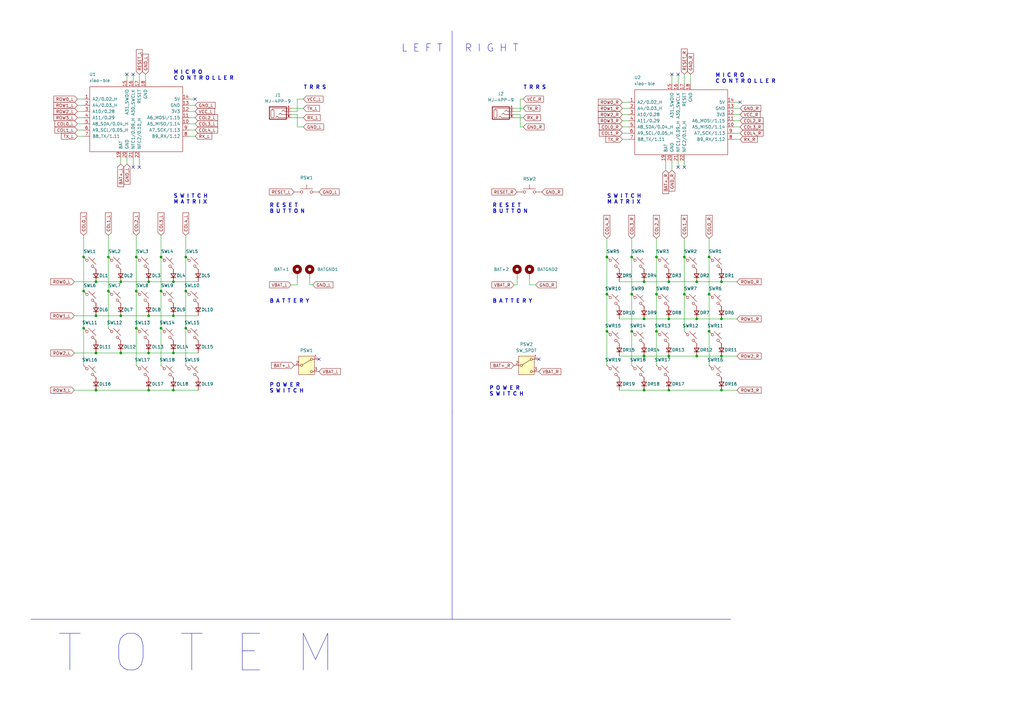
<source format=kicad_sch>
(kicad_sch (version 20231120) (generator "eeschema") (generator_version "8.0")
  (paper "A3")
  (title_block (title "TOTEM split keyboard") (date "2022-11-09") (rev "0.3") (comment 1 "made by GEIST"))
  (junction (at 34.29 105.41))
  (junction (at 34.29 134.62))
  (junction (at 264.16 130.81))
  (junction (at 49.53 115.57))
  (junction (at 44.45 119.38))
  (junction (at 55.88 119.38))
  (junction (at 71.12 129.54))
  (junction (at 264.16 146.05))
  (junction (at 264.16 160.02))
  (junction (at 274.32 115.57))
  (junction (at 49.53 144.78))
  (junction (at 39.37 160.02))
  (junction (at 269.24 120.65))
  (junction (at 295.91 146.05))
  (junction (at 76.2 105.41))
  (junction (at 71.12 144.78))
  (junction (at 259.08 120.65))
  (junction (at 274.32 160.02))
  (junction (at 285.75 146.05))
  (junction (at 76.2 119.38))
  (junction (at 44.45 105.41))
  (junction (at 71.12 115.57))
  (junction (at 248.92 135.89))
  (junction (at 269.24 135.89))
  (junction (at 55.88 105.41))
  (junction (at 285.75 130.81))
  (junction (at 280.67 105.41))
  (junction (at 60.96 144.78))
  (junction (at 39.37 144.78))
  (junction (at 269.24 105.41))
  (junction (at 285.75 115.57))
  (junction (at 248.92 105.41))
  (junction (at 66.04 105.41))
  (junction (at 60.96 115.57))
  (junction (at 60.96 160.02))
  (junction (at 295.91 130.81))
  (junction (at 49.53 129.54))
  (junction (at 34.29 119.38))
  (junction (at 295.91 115.57))
  (junction (at 71.12 160.02))
  (junction (at 274.32 130.81))
  (junction (at 259.08 135.89))
  (junction (at 55.88 134.62))
  (junction (at 295.91 160.02))
  (junction (at 290.83 120.65))
  (junction (at 280.67 120.65))
  (junction (at 39.37 129.54))
  (junction (at 66.04 119.38))
  (junction (at 76.2 134.62))
  (junction (at 290.83 135.89))
  (junction (at 66.04 134.62))
  (junction (at 264.16 115.57))
  (junction (at 60.96 129.54))
  (junction (at 274.32 146.05))
  (junction (at 39.37 115.57))
  (junction (at 290.83 105.41))
  (junction (at 259.08 105.41))
  (junction (at 248.92 120.65))
  (no_connect (at 275.59 30.48))
  (no_connect (at 278.13 30.48))
  (no_connect (at 54.61 68.58))
  (no_connect (at 57.15 68.58))
  (no_connect (at 220.98 147.32))
  (no_connect (at 54.61 30.48))
  (no_connect (at 52.07 30.48))
  (no_connect (at 303.53 41.91))
  (no_connect (at 80.01 40.64))
  (no_connect (at 130.81 147.32))
  (no_connect (at 280.67 68.58))
  (no_connect (at 278.13 68.58))
  (wire (pts (xy 254 146.05) (xy 264.16 146.05)))
  (wire (pts (xy 49.53 64.77) (xy 49.53 67.31)))
  (wire (pts (xy 255.27 41.91) (xy 257.81 41.91)))
  (wire (pts (xy 254 130.81) (xy 264.16 130.81)))
  (wire (pts (xy 285.75 115.57) (xy 295.91 115.57)))
  (wire (pts (xy 217.17 114.3) (xy 217.17 116.84)))
  (wire (pts (xy 77.47 40.64) (xy 80.01 40.64)))
  (wire (pts (xy 290.83 97.79) (xy 290.83 105.41)))
  (wire (pts (xy 127 116.84) (xy 128.27 116.84)))
  (wire (pts (xy 127 114.3) (xy 127 116.84)))
  (wire (pts (xy 57.15 30.48) (xy 57.15 33.02)))
  (wire (pts (xy 66.04 105.41) (xy 66.04 119.38)))
  (wire (pts (xy 300.99 52.07) (xy 303.53 52.07)))
  (wire (pts (xy 278.13 66.04) (xy 278.13 68.58)))
  (wire (pts (xy 49.53 144.78) (xy 60.96 144.78)))
  (wire (pts (xy 248.92 97.79) (xy 248.92 105.41)))
  (wire (pts (xy 31.75 40.64) (xy 34.29 40.64)))
  (wire (pts (xy 255.27 57.15) (xy 257.81 57.15)))
  (wire (pts (xy 121.92 40.64) (xy 121.92 45.72)))
  (wire (pts (xy 213.36 46.99) (xy 213.36 52.07)))
  (wire (pts (xy 71.12 129.54) (xy 81.28 129.54)))
  (wire (pts (xy 264.16 146.05) (xy 274.32 146.05)))
  (wire (pts (xy 248.92 135.89) (xy 248.92 149.86)))
  (wire (pts (xy 248.92 120.65) (xy 248.92 135.89)))
  (wire (pts (xy 274.32 115.57) (xy 285.75 115.57)))
  (wire (pts (xy 255.27 52.07) (xy 257.81 52.07)))
  (wire (pts (xy 66.04 119.38) (xy 66.04 134.62)))
  (wire (pts (xy 300.99 44.45) (xy 303.53 44.45)))
  (wire (pts (xy 55.88 134.62) (xy 55.88 149.86)))
  (wire (pts (xy 290.83 135.89) (xy 290.83 149.86)))
  (wire (pts (xy 121.92 46.99) (xy 121.92 52.07)))
  (wire (pts (xy 39.37 129.54) (xy 49.53 129.54)))
  (wire (pts (xy 76.2 105.41) (xy 76.2 119.38)))
  (wire (pts (xy 280.67 105.41) (xy 280.67 120.65)))
  (wire (pts (xy 269.24 97.79) (xy 269.24 105.41)))
  (wire (pts (xy 254 115.57) (xy 264.16 115.57)))
  (wire (pts (xy 77.47 45.72) (xy 80.01 45.72)))
  (wire (pts (xy 34.29 134.62) (xy 34.29 149.86)))
  (wire (pts (xy 31.75 48.26) (xy 34.29 48.26)))
  (wire (pts (xy 54.61 30.48) (xy 54.61 33.02)))
  (wire (pts (xy 210.82 48.26) (xy 214.63 48.26)))
  (wire (pts (xy 255.27 49.53) (xy 257.81 49.53)))
  (wire (pts (xy 30.48 129.54) (xy 39.37 129.54)))
  (wire (pts (xy 275.59 66.04) (xy 275.59 69.85)))
  (wire (pts (xy 77.47 53.34) (xy 80.01 53.34)))
  (wire (pts (xy 290.83 105.41) (xy 290.83 120.65)))
  (wire (pts (xy 39.37 144.78) (xy 49.53 144.78)))
  (wire (pts (xy 52.07 30.48) (xy 52.07 33.02)))
  (wire (pts (xy 77.47 55.88) (xy 80.01 55.88)))
  (polyline (pts (xy 21.59 161.29) (xy 25.4 161.29)) (stroke (width 0) (type dash)))
  (wire (pts (xy 300.99 57.15) (xy 303.53 57.15)))
  (wire (pts (xy 300.99 41.91) (xy 303.53 41.91)))
  (wire (pts (xy 254 160.02) (xy 264.16 160.02)))
  (wire (pts (xy 71.12 115.57) (xy 81.28 115.57)))
  (wire (pts (xy 213.36 52.07) (xy 214.63 52.07)))
  (wire (pts (xy 295.91 130.81) (xy 302.26 130.81)))
  (wire (pts (xy 300.99 49.53) (xy 303.53 49.53)))
  (wire (pts (xy 280.67 120.65) (xy 280.67 135.89)))
  (wire (pts (xy 34.29 96.52) (xy 34.29 105.41)))
  (wire (pts (xy 76.2 96.52) (xy 76.2 105.41)))
  (wire (pts (xy 121.92 40.64) (xy 124.46 40.64)))
  (wire (pts (xy 269.24 120.65) (xy 269.24 135.89)))
  (wire (pts (xy 39.37 160.02) (xy 60.96 160.02)))
  (wire (pts (xy 214.63 40.64) (xy 213.36 40.64)))
  (wire (pts (xy 295.91 146.05) (xy 302.26 146.05)))
  (wire (pts (xy 31.75 45.72) (xy 34.29 45.72)))
  (wire (pts (xy 274.32 160.02) (xy 295.91 160.02)))
  (wire (pts (xy 66.04 96.52) (xy 66.04 105.41)))
  (wire (pts (xy 76.2 134.62) (xy 76.2 149.86)))
  (wire (pts (xy 119.38 116.84) (xy 121.92 116.84)))
  (wire (pts (xy 259.08 105.41) (xy 259.08 120.65)))
  (wire (pts (xy 280.67 97.79) (xy 280.67 105.41)))
  (wire (pts (xy 280.67 66.04) (xy 280.67 68.58)))
  (wire (pts (xy 119.38 48.26) (xy 124.46 48.26)))
  (wire (pts (xy 264.16 160.02) (xy 274.32 160.02)))
  (wire (pts (xy 119.38 45.72) (xy 121.92 45.72)))
  (wire (pts (xy 259.08 135.89) (xy 259.08 149.86)))
  (wire (pts (xy 119.38 44.45) (xy 124.46 44.45)))
  (wire (pts (xy 274.32 146.05) (xy 285.75 146.05)))
  (wire (pts (xy 283.21 30.48) (xy 283.21 34.29)))
  (polyline (pts (xy 185.42 12.7) (xy 185.42 168.91)) (stroke (width 0) (type solid)))
  (wire (pts (xy 121.92 116.84) (xy 121.92 114.3)))
  (wire (pts (xy 30.48 115.57) (xy 39.37 115.57)))
  (wire (pts (xy 76.2 119.38) (xy 76.2 134.62)))
  (wire (pts (xy 295.91 160.02) (xy 302.26 160.02)))
  (wire (pts (xy 59.69 30.48) (xy 59.69 33.02)))
  (wire (pts (xy 49.53 129.54) (xy 60.96 129.54)))
  (wire (pts (xy 121.92 52.07) (xy 124.46 52.07)))
  (wire (pts (xy 31.75 50.8) (xy 34.29 50.8)))
  (wire (pts (xy 295.91 115.57) (xy 302.26 115.57)))
  (wire (pts (xy 300.99 46.99) (xy 303.53 46.99)))
  (polyline (pts (xy 12.7 254) (xy 299.72 254)) (stroke (width 0) (type solid)))
  (wire (pts (xy 60.96 144.78) (xy 71.12 144.78)))
  (wire (pts (xy 280.67 30.48) (xy 280.67 34.29)))
  (wire (pts (xy 210.82 116.84) (xy 212.09 116.84)))
  (wire (pts (xy 285.75 130.81) (xy 295.91 130.81)))
  (wire (pts (xy 275.59 30.48) (xy 275.59 34.29)))
  (wire (pts (xy 210.82 46.99) (xy 213.36 46.99)))
  (wire (pts (xy 264.16 115.57) (xy 274.32 115.57)))
  (wire (pts (xy 57.15 64.77) (xy 57.15 68.58)))
  (wire (pts (xy 49.53 115.57) (xy 60.96 115.57)))
  (wire (pts (xy 60.96 129.54) (xy 71.12 129.54)))
  (wire (pts (xy 269.24 135.89) (xy 269.24 149.86)))
  (wire (pts (xy 300.99 54.61) (xy 303.53 54.61)))
  (wire (pts (xy 31.75 55.88) (xy 34.29 55.88)))
  (wire (pts (xy 44.45 105.41) (xy 44.45 119.38)))
  (wire (pts (xy 255.27 54.61) (xy 257.81 54.61)))
  (wire (pts (xy 210.82 45.72) (xy 213.36 45.72)))
  (wire (pts (xy 44.45 119.38) (xy 44.45 134.62)))
  (wire (pts (xy 274.32 130.81) (xy 285.75 130.81)))
  (wire (pts (xy 44.45 96.52) (xy 44.45 105.41)))
  (wire (pts (xy 39.37 115.57) (xy 49.53 115.57)))
  (wire (pts (xy 55.88 119.38) (xy 55.88 134.62)))
  (wire (pts (xy 255.27 44.45) (xy 257.81 44.45)))
  (wire (pts (xy 259.08 120.65) (xy 259.08 135.89)))
  (wire (pts (xy 66.04 134.62) (xy 66.04 149.86)))
  (wire (pts (xy 77.47 48.26) (xy 80.01 48.26)))
  (wire (pts (xy 212.09 116.84) (xy 212.09 114.3)))
  (wire (pts (xy 278.13 30.48) (xy 278.13 34.29)))
  (wire (pts (xy 60.96 160.02) (xy 71.12 160.02)))
  (wire (pts (xy 248.92 105.41) (xy 248.92 120.65)))
  (wire (pts (xy 31.75 53.34) (xy 34.29 53.34)))
  (wire (pts (xy 285.75 146.05) (xy 295.91 146.05)))
  (wire (pts (xy 259.08 97.79) (xy 259.08 105.41)))
  (wire (pts (xy 30.48 144.78) (xy 39.37 144.78)))
  (wire (pts (xy 77.47 43.18) (xy 80.01 43.18)))
  (wire (pts (xy 31.75 43.18) (xy 34.29 43.18)))
  (wire (pts (xy 269.24 105.41) (xy 269.24 120.65)))
  (wire (pts (xy 71.12 160.02) (xy 81.28 160.02)))
  (wire (pts (xy 273.05 66.04) (xy 273.05 69.85)))
  (wire (pts (xy 55.88 105.41) (xy 55.88 119.38)))
  (wire (pts (xy 34.29 105.41) (xy 34.29 119.38)))
  (wire (pts (xy 54.61 64.77) (xy 54.61 68.58)))
  (wire (pts (xy 55.88 96.52) (xy 55.88 105.41)))
  (wire (pts (xy 217.17 116.84) (xy 219.71 116.84)))
  (wire (pts (xy 60.96 115.57) (xy 71.12 115.57)))
  (wire (pts (xy 77.47 50.8) (xy 80.01 50.8)))
  (polyline (pts (xy 185.42 168.91) (xy 185.42 254)) (stroke (width 0) (type solid)))
  (wire (pts (xy 52.07 64.77) (xy 52.07 67.31)))
  (wire (pts (xy 30.48 160.02) (xy 39.37 160.02)))
  (wire (pts (xy 34.29 119.38) (xy 34.29 134.62)))
  (wire (pts (xy 255.27 46.99) (xy 257.81 46.99)))
  (wire (pts (xy 290.83 120.65) (xy 290.83 135.89)))
  (wire (pts (xy 121.92 46.99) (xy 119.38 46.99)))
  (wire (pts (xy 71.12 144.78) (xy 81.28 144.78)))
  (wire (pts (xy 213.36 40.64) (xy 213.36 45.72)))
  (wire (pts (xy 264.16 130.81) (xy 274.32 130.81)))
  (wire (pts (xy 210.82 44.45) (xy 214.63 44.45)))
  (text "M I C R O \nC O N T R O L L E R" (at 293.37 34.29 0) (effects (font (size 1.5 1.5) (thickness 0.3) (bold yes)) (justify left bottom)))
  (text "T R R S" (at 214.63 36.83 0) (effects (font (size 1.5 1.5) (thickness 0.3) (bold yes)) (justify left bottom)))
  (text "R E S E T \nB U T T O N" (at 110.49 87.63 0) (effects (font (size 1.5 1.5) (thickness 0.3) (bold yes)) (justify left bottom)))
  (text "S W I T C H\nM A T R I X" (at 71.12 83.82 0) (effects (font (size 1.5 1.5) (thickness 0.3) (bold yes)) (justify left bottom)))
  (text "P O W E R\nS W I T C H" (at 110.49 161.29 0) (effects (font (size 1.5 1.5) (thickness 0.3) (bold yes)) (justify left bottom)))
  (text "R E S E T \nB U T T O N" (at 201.93 87.63 0) (effects (font (size 1.5 1.5) (thickness 0.3) (bold yes)) (justify left bottom)))
  (text "T O T E M" (at 22.86 276.86 0) (effects (font (size 15 15)) (justify left bottom)))
  (text "S W I T C H\nM A T R I X" (at 248.92 83.82 0) (effects (font (size 1.5 1.5) (thickness 0.3) (bold yes)) (justify left bottom)))
  (text "T R R S" (at 124.46 36.83 0) (effects (font (size 1.5 1.5) (thickness 0.3) (bold yes)) (justify left bottom)))
  (text "B A T T E R Y" (at 110.49 124.46 0) (effects (font (size 1.5 1.5) (thickness 0.3) (bold yes)) (justify left bottom)))
  (text "P O W E R\nS W I T C H" (at 200.66 162.56 0) (effects (font (size 1.5 1.5) (thickness 0.3) (bold yes)) (justify left bottom)))
  (text "R I G H T" (at 190.5 21.59 0) (effects (font (size 3 3)) (justify left bottom)))
  (text "B A T T E R Y" (at 201.93 124.46 0) (effects (font (size 1.5 1.5) (thickness 0.3) (bold yes)) (justify left bottom)))
  (text "L E F T" (at 181.61 21.59 0) (effects (font (size 3 3)) (justify right bottom)))
  (text "M I C R O \nC O N T R O L L E R" (at 71.12 33.02 0) (effects (font (size 1.5 1.5) (thickness 0.3) (bold yes)) (justify left bottom)))
  (global_label "GND_L" (shape input) (at 130.81 78.74 0) (property "Intersheetrefs" "${INTERSHEET_REFS}" (effects (hide yes))))
  (global_label "VCC_R" (shape input) (at 303.53 46.99 0) (property "Intersheetrefs" "${INTERSHEET_REFS}" (effects (hide yes))))
  (global_label "RX_L" (shape input) (at 124.46 48.26 0) (property "Intersheetrefs" "${INTERSHEET_REFS}" (effects (hide yes))))
  (global_label "ROW3_R" (shape input) (at 302.26 160.02 0) (property "Intersheetrefs" "${INTERSHEET_REFS}" (effects (hide yes))))
  (global_label "GND_R" (shape input) (at 303.53 44.45 0) (property "Intersheetrefs" "${INTERSHEET_REFS}" (effects (hide yes))))
  (global_label "COL3_L" (shape input) (at 66.04 96.52 90) (property "Intersheetrefs" "${INTERSHEET_REFS}" (effects (hide yes))))
  (global_label "COL4_L" (shape input) (at 76.2 96.52 90) (property "Intersheetrefs" "${INTERSHEET_REFS}" (effects (hide yes))))
  (global_label "ROW0_R" (shape input) (at 302.26 115.57 0) (property "Intersheetrefs" "${INTERSHEET_REFS}" (effects (hide yes))))
  (global_label "COL1_L" (shape input) (at 44.45 96.52 90) (property "Intersheetrefs" "${INTERSHEET_REFS}" (effects (hide yes))))
  (global_label "GND_L" (shape input) (at 59.69 30.48 90) (property "Intersheetrefs" "${INTERSHEET_REFS}" (effects (hide yes))))
  (global_label "COL2_R" (shape input) (at 269.24 97.79 90) (property "Intersheetrefs" "${INTERSHEET_REFS}" (effects (hide yes))))
  (global_label "GND_L" (shape input) (at 80.01 43.18 0) (property "Intersheetrefs" "${INTERSHEET_REFS}" (effects (hide yes))))
  (global_label "BAT+_L" (shape input) (at 120.65 149.86 180) (property "Intersheetrefs" "${INTERSHEET_REFS}" (effects (hide yes))))
  (global_label "ROW0_R" (shape input) (at 255.27 41.91 180) (property "Intersheetrefs" "${INTERSHEET_REFS}" (effects (hide yes))))
  (global_label "COL0_R" (shape input) (at 255.27 52.07 180) (property "Intersheetrefs" "${INTERSHEET_REFS}" (effects (hide yes))))
  (global_label "COL4_R" (shape input) (at 303.53 54.61 0) (property "Intersheetrefs" "${INTERSHEET_REFS}" (effects (hide yes))))
  (global_label "VCC_L" (shape input) (at 124.46 40.64 0) (property "Intersheetrefs" "${INTERSHEET_REFS}" (effects (hide yes))))
  (global_label "VCC_R" (shape input) (at 214.63 40.64 0) (property "Intersheetrefs" "${INTERSHEET_REFS}" (effects (hide yes))))
  (global_label "RESET_R" (shape input) (at 280.67 30.48 90) (property "Intersheetrefs" "${INTERSHEET_REFS}" (effects (hide yes))))
  (global_label "RESET_R" (shape input) (at 212.09 78.74 180) (property "Intersheetrefs" "${INTERSHEET_REFS}" (effects (hide yes))))
  (global_label "ROW3_L" (shape input) (at 30.48 160.02 180) (property "Intersheetrefs" "${INTERSHEET_REFS}" (effects (hide yes))))
  (global_label "VBAT_R" (shape input) (at 220.98 152.4 0) (property "Intersheetrefs" "${INTERSHEET_REFS}" (effects (hide yes))))
  (global_label "GND_L" (shape input) (at 52.07 67.31 270) (property "Intersheetrefs" "${INTERSHEET_REFS}" (effects (hide yes))))
  (global_label "RESET_L" (shape input) (at 120.65 78.74 180) (property "Intersheetrefs" "${INTERSHEET_REFS}" (effects (hide yes))))
  (global_label "VBAT_R" (shape input) (at 210.82 116.84 180) (property "Intersheetrefs" "${INTERSHEET_REFS}" (effects (hide yes))))
  (global_label "VCC_L" (shape input) (at 80.01 45.72 0) (property "Intersheetrefs" "${INTERSHEET_REFS}" (effects (hide yes))))
  (global_label "TX_L" (shape input) (at 124.46 44.45 0) (property "Intersheetrefs" "${INTERSHEET_REFS}" (effects (hide yes))))
  (global_label "BAT+_L" (shape input) (at 49.53 67.31 270) (property "Intersheetrefs" "${INTERSHEET_REFS}" (effects (hide yes))))
  (global_label "COL1_R" (shape input) (at 255.27 54.61 180) (property "Intersheetrefs" "${INTERSHEET_REFS}" (effects (hide yes))))
  (global_label "ROW3_R" (shape input) (at 255.27 49.53 180) (property "Intersheetrefs" "${INTERSHEET_REFS}" (effects (hide yes))))
  (global_label "BAT+_R" (shape input) (at 210.82 149.86 180) (property "Intersheetrefs" "${INTERSHEET_REFS}" (effects (hide yes))))
  (global_label "ROW0_L" (shape input) (at 30.48 115.57 180) (property "Intersheetrefs" "${INTERSHEET_REFS}" (effects (hide yes))))
  (global_label "GND_L" (shape input) (at 128.27 116.84 0) (property "Intersheetrefs" "${INTERSHEET_REFS}" (effects (hide yes))))
  (global_label "VBAT_L" (shape input) (at 119.38 116.84 180) (property "Intersheetrefs" "${INTERSHEET_REFS}" (effects (hide yes))))
  (global_label "ROW1_R" (shape input) (at 302.26 130.81 0) (property "Intersheetrefs" "${INTERSHEET_REFS}" (effects (hide yes))))
  (global_label "GND_L" (shape input) (at 124.46 52.07 0) (property "Intersheetrefs" "${INTERSHEET_REFS}" (effects (hide yes))))
  (global_label "BAT+_R" (shape input) (at 273.05 69.85 270) (property "Intersheetrefs" "${INTERSHEET_REFS}" (effects (hide yes))))
  (global_label "GND_R" (shape input) (at 219.71 116.84 0) (property "Intersheetrefs" "${INTERSHEET_REFS}" (effects (hide yes))))
  (global_label "RX_L" (shape input) (at 80.01 55.88 0) (property "Intersheetrefs" "${INTERSHEET_REFS}" (effects (hide yes))))
  (global_label "GND_R" (shape input) (at 222.25 78.74 0) (property "Intersheetrefs" "${INTERSHEET_REFS}" (effects (hide yes))))
  (global_label "COL0_L" (shape input) (at 34.29 96.52 90) (property "Intersheetrefs" "${INTERSHEET_REFS}" (effects (hide yes))))
  (global_label "ROW3_L" (shape input) (at 31.75 48.26 180) (property "Intersheetrefs" "${INTERSHEET_REFS}" (effects (hide yes))))
  (global_label "COL3_R" (shape input) (at 303.53 52.07 0) (property "Intersheetrefs" "${INTERSHEET_REFS}" (effects (hide yes))))
  (global_label "TX_R" (shape input) (at 214.63 44.45 0) (property "Intersheetrefs" "${INTERSHEET_REFS}" (effects (hide yes))))
  (global_label "COL4_R" (shape input) (at 248.92 97.79 90) (property "Intersheetrefs" "${INTERSHEET_REFS}" (effects (hide yes))))
  (global_label "RESET_L" (shape input) (at 57.15 30.48 90) (property "Intersheetrefs" "${INTERSHEET_REFS}" (effects (hide yes))))
  (global_label "RX_R" (shape input) (at 214.63 48.26 0) (property "Intersheetrefs" "${INTERSHEET_REFS}" (effects (hide yes))))
  (global_label "COL3_R" (shape input) (at 259.08 97.79 90) (property "Intersheetrefs" "${INTERSHEET_REFS}" (effects (hide yes))))
  (global_label "TX_R" (shape input) (at 255.27 57.15 180) (property "Intersheetrefs" "${INTERSHEET_REFS}" (effects (hide yes))))
  (global_label "ROW1_L" (shape input) (at 30.48 129.54 180) (property "Intersheetrefs" "${INTERSHEET_REFS}" (effects (hide yes))))
  (global_label "ROW2_L" (shape input) (at 31.75 45.72 180) (property "Intersheetrefs" "${INTERSHEET_REFS}" (effects (hide yes))))
  (global_label "GND_R" (shape input) (at 275.59 69.85 270) (property "Intersheetrefs" "${INTERSHEET_REFS}" (effects (hide yes))))
  (global_label "COL2_R" (shape input) (at 303.53 49.53 0) (property "Intersheetrefs" "${INTERSHEET_REFS}" (effects (hide yes))))
  (global_label "GND_R" (shape input) (at 283.21 30.48 90) (property "Intersheetrefs" "${INTERSHEET_REFS}" (effects (hide yes))))
  (global_label "VBAT_L" (shape input) (at 130.81 152.4 0) (property "Intersheetrefs" "${INTERSHEET_REFS}" (effects (hide yes))))
  (global_label "ROW1_L" (shape input) (at 31.75 43.18 180) (property "Intersheetrefs" "${INTERSHEET_REFS}" (effects (hide yes))))
  (global_label "COL1_R" (shape input) (at 280.67 97.79 90) (property "Intersheetrefs" "${INTERSHEET_REFS}" (effects (hide yes))))
  (global_label "GND_R" (shape input) (at 214.63 52.07 0) (property "Intersheetrefs" "${INTERSHEET_REFS}" (effects (hide yes))))
  (global_label "COL0_L" (shape input) (at 31.75 50.8 180) (property "Intersheetrefs" "${INTERSHEET_REFS}" (effects (hide yes))))
  (global_label "COL2_L" (shape input) (at 80.01 48.26 0) (property "Intersheetrefs" "${INTERSHEET_REFS}" (effects (hide yes))))
  (global_label "ROW1_R" (shape input) (at 255.27 44.45 180) (property "Intersheetrefs" "${INTERSHEET_REFS}" (effects (hide yes))))
  (global_label "ROW2_R" (shape input) (at 302.26 146.05 0) (property "Intersheetrefs" "${INTERSHEET_REFS}" (effects (hide yes))))
  (global_label "COL0_R" (shape input) (at 290.83 97.79 90) (property "Intersheetrefs" "${INTERSHEET_REFS}" (effects (hide yes))))
  (global_label "COL3_L" (shape input) (at 80.01 50.8 0) (property "Intersheetrefs" "${INTERSHEET_REFS}" (effects (hide yes))))
  (global_label "COL2_L" (shape input) (at 55.88 96.52 90) (property "Intersheetrefs" "${INTERSHEET_REFS}" (effects (hide yes))))
  (global_label "TX_L" (shape input) (at 31.75 55.88 180) (property "Intersheetrefs" "${INTERSHEET_REFS}" (effects (hide yes))))
  (global_label "ROW2_L" (shape input) (at 30.48 144.78 180) (property "Intersheetrefs" "${INTERSHEET_REFS}" (effects (hide yes))))
  (global_label "COL4_L" (shape input) (at 80.01 53.34 0) (property "Intersheetrefs" "${INTERSHEET_REFS}" (effects (hide yes))))
  (global_label "RX_R" (shape input) (at 303.53 57.15 0) (property "Intersheetrefs" "${INTERSHEET_REFS}" (effects (hide yes))))
  (global_label "ROW0_L" (shape input) (at 31.75 40.64 180) (property "Intersheetrefs" "${INTERSHEET_REFS}" (effects (hide yes))))
  (global_label "COL1_L" (shape input) (at 31.75 53.34 180) (property "Intersheetrefs" "${INTERSHEET_REFS}" (effects (hide yes))))
  (global_label "ROW2_R" (shape input) (at 255.27 46.99 180) (property "Intersheetrefs" "${INTERSHEET_REFS}" (effects (hide yes))))
  (symbol (lib_id "Device:D_Small") (at 81.28 157.48 90) (unit 1)
    (property "Reference" "DL19" (at 82.55 157.48 90) (effects (justify right)))
    (property "Value" "D_Small" (effects (hide yes)))
    (property "Footprint" "TOTEMlib:Diode_SOD123" (effects (hide yes)))
    (property "Description" "Diode, small symbol" (effects (hide yes)))
    (property "Sim.Device" "D" (effects (hide yes)))
    (property "Sim.Pins" "1=K 2=A" (effects (hide yes)))
  )
  (symbol (lib_id "Switch:SW_Push_45deg") (at 283.21 107.95 0) (unit 1)
    (property "Reference" "SWR2" (at 283.21 103.124 0))
    (property "Value" "SW_Push_45deg" (effects (hide yes)))
    (property "Footprint" "TOTEMlib:Kailh_socket_PG1350_optional" (effects (hide yes)))
    (property "Description" "Push button switch, normally open, two pins, 45° tilted" (effects (hide yes)))
  )
  (symbol (lib_id "Switch:SW_Push_45deg") (at 58.42 152.4 0) (unit 1)
    (property "Reference" "SWL17" (at 58.42 147.574 0))
    (property "Value" "SW_Push_45deg" (effects (hide yes)))
    (property "Footprint" "TOTEMlib:Kailh_socket_PG1350_optional" (effects (hide yes)))
    (property "Description" "Push button switch, normally open, two pins, 45° tilted" (effects (hide yes)))
  )
  (symbol (lib_id "Switch:SW_Push_45deg") (at 36.83 152.4 0) (unit 1)
    (property "Reference" "SWL16" (at 36.83 147.574 0))
    (property "Value" "SW_Push_45deg" (effects (hide yes)))
    (property "Footprint" "TOTEMlib:Kailh_socket_PG1350_optional" (effects (hide yes)))
    (property "Description" "Push button switch, normally open, two pins, 45° tilted" (effects (hide yes)))
  )
  (symbol (lib_id "Switch:SW_Push_45deg") (at 293.37 152.4 0) (unit 1)
    (property "Reference" "SWR16" (at 293.37 147.574 0))
    (property "Value" "SW_Push_45deg" (effects (hide yes)))
    (property "Footprint" "TOTEMlib:Kailh_socket_PG1350_optional" (effects (hide yes)))
    (property "Description" "Push button switch, normally open, two pins, 45° tilted" (effects (hide yes)))
  )
  (symbol (lib_id "Switch:SW_SPDT") (at 125.73 149.86 0) (unit 1)
    (property "Reference" "PSW1" (at 125.73 143.764 0))
    (property "Value" "SW_SPDT" (effects (hide yes)))
    (property "Footprint" "TOTEMlib:MSK12C02" (effects (hide yes)))
    (property "Description" "Switch, single pole double throw" (effects (hide yes)))
  )
  (symbol (lib_id "Switch:SW_Push_45deg") (at 68.58 107.95 0) (unit 1)
    (property "Reference" "SWL4" (at 68.58 103.124 0))
    (property "Value" "SW_Push_45deg" (effects (hide yes)))
    (property "Footprint" "TOTEMlib:Kailh_socket_PG1350_optional" (effects (hide yes)))
    (property "Description" "Push button switch, normally open, two pins, 45° tilted" (effects (hide yes)))
  )
  (symbol (lib_id "Device:D_Small") (at 295.91 128.27 90) (unit 1)
    (property "Reference" "DR6" (at 297.18 128.27 90) (effects (justify right)))
    (property "Value" "D_Small" (effects (hide yes)))
    (property "Footprint" "TOTEMlib:Diode_SOD123" (effects (hide yes)))
    (property "Description" "Diode, small symbol" (effects (hide yes)))
    (property "Sim.Device" "D" (effects (hide yes)))
    (property "Sim.Pins" "1=K 2=A" (effects (hide yes)))
  )
  (symbol (lib_id "Mechanical:MountingHole_Pad") (at 121.92 111.76 0) (unit 1)
    (property "Reference" "BAT+1" (at 118.618 110.49 0) (effects (justify right)))
    (property "Value" "+" (effects (hide yes)))
    (property "Footprint" "TOTEMlib:BatteryPad" (effects (hide yes)))
    (property "Description" "Mounting Hole with connection" (effects (hide yes)))
  )
  (symbol (lib_id "Switch:SW_Push_45deg") (at 271.78 107.95 0) (unit 1)
    (property "Reference" "SWR3" (at 271.78 103.124 0))
    (property "Value" "SW_Push_45deg" (effects (hide yes)))
    (property "Footprint" "TOTEMlib:Kailh_socket_PG1350_optional" (effects (hide yes)))
    (property "Description" "Push button switch, normally open, two pins, 45° tilted" (effects (hide yes)))
  )
  (symbol (lib_id "Switch:SW_Push_45deg") (at 58.42 107.95 0) (unit 1)
    (property "Reference" "SWL3" (at 58.42 103.124 0))
    (property "Value" "SW_Push_45deg" (effects (hide yes)))
    (property "Footprint" "TOTEMlib:Kailh_socket_PG1350_optional" (effects (hide yes)))
    (property "Description" "Push button switch, normally open, two pins, 45° tilted" (effects (hide yes)))
  )
  (symbol (lib_id "Switch:SW_SPDT") (at 215.9 149.86 0) (unit 1)
    (property "Reference" "PSW2" (at 215.9 141.224 0))
    (property "Value" "SW_SPDT" (at 215.9 143.764 0))
    (property "Footprint" "TOTEMlib:MSK12C02" (effects (hide yes)))
    (property "Description" "Switch, single pole double throw" (effects (hide yes)))
  )
  (symbol (lib_id "Mechanical:MountingHole_Pad") (at 127 111.76 0) (unit 1)
    (property "Reference" "BATGND1" (at 130.048 110.49 0) (effects (justify left)))
    (property "Value" "-" (effects (hide yes)))
    (property "Footprint" "TOTEMlib:BatteryPad" (effects (hide yes)))
    (property "Description" "Mounting Hole with connection" (effects (hide yes)))
  )
  (symbol (lib_id "Device:D_Small") (at 254 113.03 90) (unit 1)
    (property "Reference" "DR5" (at 255.27 113.03 90) (effects (justify right)))
    (property "Value" "D_Small" (effects (hide yes)))
    (property "Footprint" "TOTEMlib:Diode_SOD123" (effects (hide yes)))
    (property "Description" "Diode, small symbol" (effects (hide yes)))
    (property "Sim.Device" "D" (effects (hide yes)))
    (property "Sim.Pins" "1=K 2=A" (effects (hide yes)))
  )
  (symbol (lib_id "Switch:SW_Push_45deg") (at 251.46 123.19 0) (unit 1)
    (property "Reference" "SWR10" (at 251.46 118.364 0))
    (property "Value" "SW_Push_45deg" (effects (hide yes)))
    (property "Footprint" "TOTEMlib:Kailh_socket_PG1350_optional" (effects (hide yes)))
    (property "Description" "Push button switch, normally open, two pins, 45° tilted" (effects (hide yes)))
  )
  (symbol (lib_id "Switch:SW_Push") (at 125.73 78.74 0) (unit 1)
    (property "Reference" "RSW1" (at 125.73 72.898 0))
    (property "Value" "SW_Push" (effects (hide yes)))
    (property "Footprint" "TOTEMlib:SKHLLCA010" (effects (hide yes)))
    (property "Description" "Push button switch, generic, two pins" (effects (hide yes)))
  )
  (symbol (lib_id "Switch:SW_Push_45deg") (at 283.21 138.43 0) (unit 1)
    (property "Reference" "SWR12" (at 283.21 133.604 0))
    (property "Value" "SW_Push_45deg" (effects (hide yes)))
    (property "Footprint" "TOTEMlib:Kailh_socket_PG1350_optional" (effects (hide yes)))
    (property "Description" "Push button switch, normally open, two pins, 45° tilted" (effects (hide yes)))
  )
  (symbol (lib_id "Switch:SW_Push_45deg") (at 271.78 123.19 0) (unit 1)
    (property "Reference" "SWR8" (at 271.78 118.364 0))
    (property "Value" "SW_Push_45deg" (effects (hide yes)))
    (property "Footprint" "TOTEMlib:Kailh_socket_PG1350_optional" (effects (hide yes)))
    (property "Description" "Push button switch, normally open, two pins, 45° tilted" (effects (hide yes)))
  )
  (symbol (lib_id "Switch:SW_Push_45deg") (at 46.99 121.92 0) (unit 1)
    (property "Reference" "SWL7" (at 46.99 117.094 0))
    (property "Value" "SW_Push_45deg" (effects (hide yes)))
    (property "Footprint" "TOTEMlib:Kailh_socket_PG1350_optional" (effects (hide yes)))
    (property "Description" "Push button switch, normally open, two pins, 45° tilted" (effects (hide yes)))
  )
  (symbol (lib_id "mcu:xiao-ble") (at 55.88 48.26 0) (unit 1)
    (property "Reference" "U1" (at 36.576 30.48 0) (effects (justify left)))
    (property "Value" "xiao-ble" (at 36.576 33.02 0) (effects (justify left)))
    (property "Footprint" "TOTEMlib:xiao-ble-smd-cutout" (effects (hide yes)))
  )
  (symbol (lib_id "Device:D_Small") (at 264.16 143.51 90) (unit 1)
    (property "Reference" "DR14" (at 265.43 143.51 90) (effects (justify right)))
    (property "Value" "D_Small" (effects (hide yes)))
    (property "Footprint" "TOTEMlib:Diode_SOD123" (effects (hide yes)))
    (property "Description" "Diode, small symbol" (effects (hide yes)))
    (property "Sim.Device" "D" (effects (hide yes)))
    (property "Sim.Pins" "1=K 2=A" (effects (hide yes)))
  )
  (symbol (lib_id "Switch:SW_Push_45deg") (at 271.78 138.43 0) (unit 1)
    (property "Reference" "SWR13" (at 271.78 133.604 0))
    (property "Value" "SW_Push_45deg" (effects (hide yes)))
    (property "Footprint" "TOTEMlib:Kailh_socket_PG1350_optional" (effects (hide yes)))
    (property "Description" "Push button switch, normally open, two pins, 45° tilted" (effects (hide yes)))
  )
  (symbol (lib_id "Device:D_Small") (at 39.37 113.03 90) (unit 1)
    (property "Reference" "DL1" (at 40.64 113.03 90) (effects (justify right)))
    (property "Value" "D_Small" (effects (hide yes)))
    (property "Footprint" "TOTEMlib:Diode_SOD123" (effects (hide yes)))
    (property "Description" "Diode, small symbol" (effects (hide yes)))
    (property "Sim.Device" "D" (effects (hide yes)))
    (property "Sim.Pins" "1=K 2=A" (effects (hide yes)))
  )
  (symbol (lib_id "Device:D_Small") (at 295.91 157.48 90) (unit 1)
    (property "Reference" "DR16" (at 297.18 157.48 90) (effects (justify right)))
    (property "Value" "D_Small" (effects (hide yes)))
    (property "Footprint" "TOTEMlib:Diode_SOD123" (effects (hide yes)))
    (property "Description" "Diode, small symbol" (effects (hide yes)))
    (property "Sim.Device" "D" (effects (hide yes)))
    (property "Sim.Pins" "1=K 2=A" (effects (hide yes)))
  )
  (symbol (lib_id "Switch:SW_Push_45deg") (at 251.46 107.95 0) (unit 1)
    (property "Reference" "SWR5" (at 251.46 103.124 0))
    (property "Value" "SW_Push_45deg" (effects (hide yes)))
    (property "Footprint" "TOTEMlib:Kailh_socket_PG1350_optional" (effects (hide yes)))
    (property "Description" "Push button switch, normally open, two pins, 45° tilted" (effects (hide yes)))
  )
  (symbol (lib_id "Device:D_Small") (at 49.53 113.03 90) (unit 1)
    (property "Reference" "DL2" (at 50.8 113.03 90) (effects (justify right)))
    (property "Value" "D_Small" (effects (hide yes)))
    (property "Footprint" "TOTEMlib:Diode_SOD123" (effects (hide yes)))
    (property "Description" "Diode, small symbol" (effects (hide yes)))
    (property "Sim.Device" "D" (effects (hide yes)))
    (property "Sim.Pins" "1=K 2=A" (effects (hide yes)))
  )
  (symbol (lib_id "Switch:SW_Push_45deg") (at 58.42 121.92 0) (unit 1)
    (property "Reference" "SWL8" (at 58.42 117.094 0))
    (property "Value" "SW_Push_45deg" (effects (hide yes)))
    (property "Footprint" "TOTEMlib:Kailh_socket_PG1350_optional" (effects (hide yes)))
    (property "Description" "Push button switch, normally open, two pins, 45° tilted" (effects (hide yes)))
  )
  (symbol (lib_id "Switch:SW_Push_45deg") (at 68.58 137.16 0) (unit 1)
    (property "Reference" "SWL14" (at 68.58 132.334 0))
    (property "Value" "SW_Push_45deg" (effects (hide yes)))
    (property "Footprint" "TOTEMlib:Kailh_socket_PG1350_optional" (effects (hide yes)))
    (property "Description" "Push button switch, normally open, two pins, 45° tilted" (effects (hide yes)))
  )
  (symbol (lib_id "Device:D_Small") (at 71.12 142.24 90) (unit 1)
    (property "Reference" "DL14" (at 72.39 142.24 90) (effects (justify right)))
    (property "Value" "D_Small" (effects (hide yes)))
    (property "Footprint" "TOTEMlib:Diode_SOD123" (effects (hide yes)))
    (property "Description" "Diode, small symbol" (effects (hide yes)))
    (property "Sim.Device" "D" (effects (hide yes)))
    (property "Sim.Pins" "1=K 2=A" (effects (hide yes)))
  )
  (symbol (lib_id "Device:D_Small") (at 254 143.51 90) (unit 1)
    (property "Reference" "DR15" (at 255.27 143.51 90) (effects (justify right)))
    (property "Value" "D_Small" (effects (hide yes)))
    (property "Footprint" "TOTEMlib:Diode_SOD123" (effects (hide yes)))
    (property "Description" "Diode, small symbol" (effects (hide yes)))
    (property "Sim.Device" "D" (effects (hide yes)))
    (property "Sim.Pins" "1=K 2=A" (effects (hide yes)))
  )
  (symbol (lib_id "Switch:SW_Push_45deg") (at 78.74 152.4 0) (unit 1)
    (property "Reference" "SWL19" (at 78.74 147.574 0))
    (property "Value" "SW_Push_45deg" (effects (hide yes)))
    (property "Footprint" "TOTEMlib:Kailh_socket_PG1350_optional" (effects (hide yes)))
    (property "Description" "Push button switch, normally open, two pins, 45° tilted" (effects (hide yes)))
  )
  (symbol (lib_id "Switch:SW_Push_45deg") (at 251.46 152.4 0) (unit 1)
    (property "Reference" "SWR19" (at 251.46 147.574 0))
    (property "Value" "SW_Push_45deg" (effects (hide yes)))
    (property "Footprint" "TOTEMlib:Kailh_socket_PG1350_optional" (effects (hide yes)))
    (property "Description" "Push button switch, normally open, two pins, 45° tilted" (effects (hide yes)))
  )
  (symbol (lib_id "kbd:MJ-4PP-9") (at 114.3 46.355 0) (unit 1)
    (property "Reference" "J1" (at 113.9825 38.989 0))
    (property "Value" "MJ-4PP-9" (at 113.9825 41.529 0))
    (property "Footprint" "TOTEMlib:MJ-4PP-9_1side" (effects (hide yes)))
  )
  (symbol (lib_id "Switch:SW_Push_45deg") (at 271.78 152.4 0) (unit 1)
    (property "Reference" "SWR17" (at 271.78 147.574 0))
    (property "Value" "SW_Push_45deg" (effects (hide yes)))
    (property "Footprint" "TOTEMlib:Kailh_socket_PG1350_optional" (effects (hide yes)))
    (property "Description" "Push button switch, normally open, two pins, 45° tilted" (effects (hide yes)))
  )
  (symbol (lib_id "Switch:SW_Push_45deg") (at 283.21 123.19 0) (unit 1)
    (property "Reference" "SWR7" (at 283.21 118.364 0))
    (property "Value" "SW_Push_45deg" (effects (hide yes)))
    (property "Footprint" "TOTEMlib:Kailh_socket_PG1350_optional" (effects (hide yes)))
    (property "Description" "Push button switch, normally open, two pins, 45° tilted" (effects (hide yes)))
  )
  (symbol (lib_id "Switch:SW_Push_45deg") (at 36.83 107.95 0) (unit 1)
    (property "Reference" "SWL1" (at 36.83 103.124 0))
    (property "Value" "SW_Push_45deg" (effects (hide yes)))
    (property "Footprint" "TOTEMlib:Kailh_socket_PG1350_optional" (effects (hide yes)))
    (property "Description" "Push button switch, normally open, two pins, 45° tilted" (effects (hide yes)))
  )
  (symbol (lib_id "Device:D_Small") (at 81.28 113.03 90) (unit 1)
    (property "Reference" "DL5" (at 82.55 113.03 90) (effects (justify right)))
    (property "Value" "D_Small" (effects (hide yes)))
    (property "Footprint" "TOTEMlib:Diode_SOD123" (effects (hide yes)))
    (property "Description" "Diode, small symbol" (effects (hide yes)))
    (property "Sim.Device" "D" (effects (hide yes)))
    (property "Sim.Pins" "1=K 2=A" (effects (hide yes)))
  )
  (symbol (lib_id "Device:D_Small") (at 264.16 113.03 90) (unit 1)
    (property "Reference" "DR4" (at 265.43 113.03 90) (effects (justify right)))
    (property "Value" "D_Small" (effects (hide yes)))
    (property "Footprint" "TOTEMlib:Diode_SOD123" (effects (hide yes)))
    (property "Description" "Diode, small symbol" (effects (hide yes)))
    (property "Sim.Device" "D" (effects (hide yes)))
    (property "Sim.Pins" "1=K 2=A" (effects (hide yes)))
  )
  (symbol (lib_id "Device:D_Small") (at 274.32 143.51 90) (unit 1)
    (property "Reference" "DR13" (at 275.59 143.51 90) (effects (justify right)))
    (property "Value" "D_Small" (effects (hide yes)))
    (property "Footprint" "TOTEMlib:Diode_SOD123" (effects (hide yes)))
    (property "Description" "Diode, small symbol" (effects (hide yes)))
    (property "Sim.Device" "D" (effects (hide yes)))
    (property "Sim.Pins" "1=K 2=A" (effects (hide yes)))
  )
  (symbol (lib_id "Mechanical:MountingHole_Pad") (at 217.17 111.76 0) (unit 1)
    (property "Reference" "BATGND2" (at 220.218 110.49 0) (effects (justify left)))
    (property "Value" "-" (effects (hide yes)))
    (property "Footprint" "TOTEMlib:BatteryPad" (effects (hide yes)))
    (property "Description" "Mounting Hole with connection" (effects (hide yes)))
  )
  (symbol (lib_id "Switch:SW_Push_45deg") (at 68.58 121.92 0) (unit 1)
    (property "Reference" "SWL9" (at 68.58 117.094 0))
    (property "Value" "SW_Push_45deg" (effects (hide yes)))
    (property "Footprint" "TOTEMlib:Kailh_socket_PG1350_optional" (effects (hide yes)))
    (property "Description" "Push button switch, normally open, two pins, 45° tilted" (effects (hide yes)))
  )
  (symbol (lib_id "Switch:SW_Push_45deg") (at 78.74 107.95 0) (unit 1)
    (property "Reference" "SWL5" (at 78.74 103.124 0))
    (property "Value" "SW_Push_45deg" (effects (hide yes)))
    (property "Footprint" "TOTEMlib:Kailh_socket_PG1350_optional" (effects (hide yes)))
    (property "Description" "Push button switch, normally open, two pins, 45° tilted" (effects (hide yes)))
  )
  (symbol (lib_id "Switch:SW_Push_45deg") (at 261.62 138.43 0) (unit 1)
    (property "Reference" "SWR14" (at 261.62 133.604 0))
    (property "Value" "SW_Push_45deg" (effects (hide yes)))
    (property "Footprint" "TOTEMlib:Kailh_socket_PG1350_optional" (effects (hide yes)))
    (property "Description" "Push button switch, normally open, two pins, 45° tilted" (effects (hide yes)))
  )
  (symbol (lib_id "Device:D_Small") (at 81.28 127 90) (unit 1)
    (property "Reference" "DL10" (at 82.55 127 90) (effects (justify right)))
    (property "Value" "D_Small" (effects (hide yes)))
    (property "Footprint" "TOTEMlib:Diode_SOD123" (effects (hide yes)))
    (property "Description" "Diode, small symbol" (effects (hide yes)))
    (property "Sim.Device" "D" (effects (hide yes)))
    (property "Sim.Pins" "1=K 2=A" (effects (hide yes)))
  )
  (symbol (lib_id "Device:D_Small") (at 71.12 157.48 90) (unit 1)
    (property "Reference" "DL18" (at 72.39 157.48 90) (effects (justify right)))
    (property "Value" "D_Small" (effects (hide yes)))
    (property "Footprint" "TOTEMlib:Diode_SOD123" (effects (hide yes)))
    (property "Description" "Diode, small symbol" (effects (hide yes)))
    (property "Sim.Device" "D" (effects (hide yes)))
    (property "Sim.Pins" "1=K 2=A" (effects (hide yes)))
  )
  (symbol (lib_id "Device:D_Small") (at 49.53 127 90) (unit 1)
    (property "Reference" "DL7" (at 50.8 127 90) (effects (justify right)))
    (property "Value" "D_Small" (effects (hide yes)))
    (property "Footprint" "TOTEMlib:Diode_SOD123" (effects (hide yes)))
    (property "Description" "Diode, small symbol" (effects (hide yes)))
    (property "Sim.Device" "D" (effects (hide yes)))
    (property "Sim.Pins" "1=K 2=A" (effects (hide yes)))
  )
  (symbol (lib_id "Device:D_Small") (at 60.96 113.03 90) (unit 1)
    (property "Reference" "DL3" (at 62.23 113.03 90) (effects (justify right)))
    (property "Value" "D_Small" (effects (hide yes)))
    (property "Footprint" "TOTEMlib:Diode_SOD123" (effects (hide yes)))
    (property "Description" "Diode, small symbol" (effects (hide yes)))
    (property "Sim.Device" "D" (effects (hide yes)))
    (property "Sim.Pins" "1=K 2=A" (effects (hide yes)))
  )
  (symbol (lib_id "Switch:SW_Push_45deg") (at 46.99 107.95 0) (unit 1)
    (property "Reference" "SWL2" (at 46.99 103.124 0))
    (property "Value" "SW_Push_45deg" (effects (hide yes)))
    (property "Footprint" "TOTEMlib:Kailh_socket_PG1350_optional" (effects (hide yes)))
    (property "Description" "Push button switch, normally open, two pins, 45° tilted" (effects (hide yes)))
  )
  (symbol (lib_id "Switch:SW_Push_45deg") (at 78.74 137.16 0) (unit 1)
    (property "Reference" "SWL15" (at 78.74 132.334 0))
    (property "Value" "SW_Push_45deg" (effects (hide yes)))
    (property "Footprint" "TOTEMlib:Kailh_socket_PG1350_optional" (effects (hide yes)))
    (property "Description" "Push button switch, normally open, two pins, 45° tilted" (effects (hide yes)))
  )
  (symbol (lib_id "Switch:SW_Push_45deg") (at 78.74 121.92 0) (unit 1)
    (property "Reference" "SWL10" (at 78.74 117.094 0))
    (property "Value" "SW_Push_45deg" (effects (hide yes)))
    (property "Footprint" "TOTEMlib:Kailh_socket_PG1350_optional" (effects (hide yes)))
    (property "Description" "Push button switch, normally open, two pins, 45° tilted" (effects (hide yes)))
  )
  (symbol (lib_id "Device:D_Small") (at 274.32 157.48 90) (unit 1)
    (property "Reference" "DR17" (at 275.59 157.48 90) (effects (justify right)))
    (property "Value" "D_Small" (effects (hide yes)))
    (property "Footprint" "TOTEMlib:Diode_SOD123" (effects (hide yes)))
    (property "Description" "Diode, small symbol" (effects (hide yes)))
    (property "Sim.Device" "D" (effects (hide yes)))
    (property "Sim.Pins" "1=K 2=A" (effects (hide yes)))
  )
  (symbol (lib_id "Device:D_Small") (at 274.32 113.03 90) (unit 1)
    (property "Reference" "DR3" (at 275.59 113.03 90) (effects (justify right)))
    (property "Value" "D_Small" (effects (hide yes)))
    (property "Footprint" "TOTEMlib:Diode_SOD123" (effects (hide yes)))
    (property "Description" "Diode, small symbol" (effects (hide yes)))
    (property "Sim.Device" "D" (effects (hide yes)))
    (property "Sim.Pins" "1=K 2=A" (effects (hide yes)))
  )
  (symbol (lib_id "Switch:SW_Push_45deg") (at 251.46 138.43 0) (unit 1)
    (property "Reference" "SWR15" (at 251.46 133.604 0))
    (property "Value" "SW_Push_45deg" (effects (hide yes)))
    (property "Footprint" "TOTEMlib:Kailh_socket_PG1350_optional" (effects (hide yes)))
    (property "Description" "Push button switch, normally open, two pins, 45° tilted" (effects (hide yes)))
  )
  (symbol (lib_id "Switch:SW_Push_45deg") (at 58.42 137.16 0) (unit 1)
    (property "Reference" "SWL13" (at 58.42 132.334 0))
    (property "Value" "SW_Push_45deg" (effects (hide yes)))
    (property "Footprint" "TOTEMlib:Kailh_socket_PG1350_optional" (effects (hide yes)))
    (property "Description" "Push button switch, normally open, two pins, 45° tilted" (effects (hide yes)))
  )
  (symbol (lib_id "Device:D_Small") (at 39.37 157.48 90) (unit 1)
    (property "Reference" "DL16" (at 40.64 157.48 90) (effects (justify right)))
    (property "Value" "D_Small" (effects (hide yes)))
    (property "Footprint" "TOTEMlib:Diode_SOD123" (effects (hide yes)))
    (property "Description" "Diode, small symbol" (effects (hide yes)))
    (property "Sim.Device" "D" (effects (hide yes)))
    (property "Sim.Pins" "1=K 2=A" (effects (hide yes)))
  )
  (symbol (lib_id "Device:D_Small") (at 264.16 128.27 90) (unit 1)
    (property "Reference" "DR9" (at 265.43 128.27 90) (effects (justify right)))
    (property "Value" "D_Small" (effects (hide yes)))
    (property "Footprint" "TOTEMlib:Diode_SOD123" (effects (hide yes)))
    (property "Description" "Diode, small symbol" (effects (hide yes)))
    (property "Sim.Device" "D" (effects (hide yes)))
    (property "Sim.Pins" "1=K 2=A" (effects (hide yes)))
  )
  (symbol (lib_id "Mechanical:MountingHole_Pad") (at 212.09 111.76 0) (unit 1)
    (property "Reference" "BAT+2" (at 208.788 110.49 0) (effects (justify right)))
    (property "Value" "+" (effects (hide yes)))
    (property "Footprint" "TOTEMlib:BatteryPad" (effects (hide yes)))
    (property "Description" "Mounting Hole with connection" (effects (hide yes)))
  )
  (symbol (lib_id "Device:D_Small") (at 81.28 142.24 90) (unit 1)
    (property "Reference" "DL15" (at 82.55 142.24 90) (effects (justify right)))
    (property "Value" "D_Small" (effects (hide yes)))
    (property "Footprint" "TOTEMlib:Diode_SOD123" (effects (hide yes)))
    (property "Description" "Diode, small symbol" (effects (hide yes)))
    (property "Sim.Device" "D" (effects (hide yes)))
    (property "Sim.Pins" "1=K 2=A" (effects (hide yes)))
  )
  (symbol (lib_id "Device:D_Small") (at 295.91 143.51 90) (unit 1)
    (property "Reference" "DR11" (at 297.18 143.51 90) (effects (justify right)))
    (property "Value" "D_Small" (effects (hide yes)))
    (property "Footprint" "TOTEMlib:Diode_SOD123" (effects (hide yes)))
    (property "Description" "Diode, small symbol" (effects (hide yes)))
    (property "Sim.Device" "D" (effects (hide yes)))
    (property "Sim.Pins" "1=K 2=A" (effects (hide yes)))
  )
  (symbol (lib_id "Switch:SW_Push") (at 217.17 78.74 0) (unit 1)
    (property "Reference" "RSW2" (at 217.17 73.406 0))
    (property "Value" "SW_Push" (effects (hide yes)))
    (property "Footprint" "TOTEMlib:SKHLLCA010" (effects (hide yes)))
    (property "Description" "Push button switch, generic, two pins" (effects (hide yes)))
  )
  (symbol (lib_id "kbd:MJ-4PP-9") (at 205.74 46.355 0) (unit 1)
    (property "Reference" "J2" (at 205.4225 38.481 0))
    (property "Value" "MJ-4PP-9" (at 205.4225 41.021 0))
    (property "Footprint" "TOTEMlib:MJ-4PP-9_1side" (effects (hide yes)))
  )
  (symbol (lib_id "Switch:SW_Push_45deg") (at 293.37 107.95 0) (unit 1)
    (property "Reference" "SWR1" (at 293.37 103.124 0))
    (property "Value" "SW_Push_45deg" (effects (hide yes)))
    (property "Footprint" "TOTEMlib:Kailh_socket_PG1350_optional" (effects (hide yes)))
    (property "Description" "Push button switch, normally open, two pins, 45° tilted" (effects (hide yes)))
  )
  (symbol (lib_id "Device:D_Small") (at 39.37 127 90) (unit 1)
    (property "Reference" "DL6" (at 40.64 127 90) (effects (justify right)))
    (property "Value" "D_Small" (effects (hide yes)))
    (property "Footprint" "TOTEMlib:Diode_SOD123" (effects (hide yes)))
    (property "Description" "Diode, small symbol" (effects (hide yes)))
    (property "Sim.Device" "D" (effects (hide yes)))
    (property "Sim.Pins" "1=K 2=A" (effects (hide yes)))
  )
  (symbol (lib_id "Device:D_Small") (at 285.75 143.51 90) (unit 1)
    (property "Reference" "DR12" (at 287.02 143.51 90) (effects (justify right)))
    (property "Value" "D_Small" (effects (hide yes)))
    (property "Footprint" "TOTEMlib:Diode_SOD123" (effects (hide yes)))
    (property "Description" "Diode, small symbol" (effects (hide yes)))
    (property "Sim.Device" "D" (effects (hide yes)))
    (property "Sim.Pins" "1=K 2=A" (effects (hide yes)))
  )
  (symbol (lib_id "Device:D_Small") (at 254 157.48 90) (unit 1)
    (property "Reference" "DR19" (at 255.27 157.48 90) (effects (justify right)))
    (property "Value" "D_Small" (effects (hide yes)))
    (property "Footprint" "TOTEMlib:Diode_SOD123" (effects (hide yes)))
    (property "Description" "Diode, small symbol" (effects (hide yes)))
    (property "Sim.Device" "D" (effects (hide yes)))
    (property "Sim.Pins" "1=K 2=A" (effects (hide yes)))
  )
  (symbol (lib_id "Device:D_Small") (at 60.96 157.48 90) (unit 1)
    (property "Reference" "DL17" (at 62.23 157.48 90) (effects (justify right)))
    (property "Value" "D_Small" (effects (hide yes)))
    (property "Footprint" "TOTEMlib:Diode_SOD123" (effects (hide yes)))
    (property "Description" "Diode, small symbol" (effects (hide yes)))
    (property "Sim.Device" "D" (effects (hide yes)))
    (property "Sim.Pins" "1=K 2=A" (effects (hide yes)))
  )
  (symbol (lib_id "Device:D_Small") (at 60.96 127 90) (unit 1)
    (property "Reference" "DL8" (at 62.23 127 90) (effects (justify right)))
    (property "Value" "D_Small" (effects (hide yes)))
    (property "Footprint" "TOTEMlib:Diode_SOD123" (effects (hide yes)))
    (property "Description" "Diode, small symbol" (effects (hide yes)))
    (property "Sim.Device" "D" (effects (hide yes)))
    (property "Sim.Pins" "1=K 2=A" (effects (hide yes)))
  )
  (symbol (lib_id "Switch:SW_Push_45deg") (at 261.62 123.19 0) (unit 1)
    (property "Reference" "SWR9" (at 261.62 118.364 0))
    (property "Value" "SW_Push_45deg" (effects (hide yes)))
    (property "Footprint" "TOTEMlib:Kailh_socket_PG1350_optional" (effects (hide yes)))
    (property "Description" "Push button switch, normally open, two pins, 45° tilted" (effects (hide yes)))
  )
  (symbol (lib_id "Device:D_Small") (at 39.37 142.24 90) (unit 1)
    (property "Reference" "DL11" (at 40.64 142.24 90) (effects (justify right)))
    (property "Value" "D_Small" (effects (hide yes)))
    (property "Footprint" "TOTEMlib:Diode_SOD123" (effects (hide yes)))
    (property "Description" "Diode, small symbol" (effects (hide yes)))
    (property "Sim.Device" "D" (effects (hide yes)))
    (property "Sim.Pins" "1=K 2=A" (effects (hide yes)))
  )
  (symbol (lib_id "Device:D_Small") (at 295.91 113.03 90) (unit 1)
    (property "Reference" "DR1" (at 297.18 113.03 90) (effects (justify right)))
    (property "Value" "D_Small" (effects (hide yes)))
    (property "Footprint" "TOTEMlib:Diode_SOD123" (effects (hide yes)))
    (property "Description" "Diode, small symbol" (effects (hide yes)))
    (property "Sim.Device" "D" (effects (hide yes)))
    (property "Sim.Pins" "1=K 2=A" (effects (hide yes)))
  )
  (symbol (lib_id "Device:D_Small") (at 60.96 142.24 90) (unit 1)
    (property "Reference" "DL13" (at 62.23 142.24 90) (effects (justify right)))
    (property "Value" "D_Small" (effects (hide yes)))
    (property "Footprint" "TOTEMlib:Diode_SOD123" (effects (hide yes)))
    (property "Description" "Diode, small symbol" (effects (hide yes)))
    (property "Sim.Device" "D" (effects (hide yes)))
    (property "Sim.Pins" "1=K 2=A" (effects (hide yes)))
  )
  (symbol (lib_id "Device:D_Small") (at 274.32 128.27 90) (unit 1)
    (property "Reference" "DR8" (at 275.59 128.27 90) (effects (justify right)))
    (property "Value" "D_Small" (effects (hide yes)))
    (property "Footprint" "TOTEMlib:Diode_SOD123" (effects (hide yes)))
    (property "Description" "Diode, small symbol" (effects (hide yes)))
    (property "Sim.Device" "D" (effects (hide yes)))
    (property "Sim.Pins" "1=K 2=A" (effects (hide yes)))
  )
  (symbol (lib_id "mcu:xiao-ble") (at 279.4 49.53 0) (unit 1)
    (property "Reference" "U2" (at 260.096 31.75 0) (effects (justify left)))
    (property "Value" "xiao-ble" (at 260.096 34.29 0) (effects (justify left)))
    (property "Footprint" "TOTEMlib:xiao-ble-smd-cutout" (effects (hide yes)))
  )
  (symbol (lib_id "Device:D_Small") (at 264.16 157.48 90) (unit 1)
    (property "Reference" "DR18" (at 265.43 157.48 90) (effects (justify right)))
    (property "Value" "D_Small" (effects (hide yes)))
    (property "Footprint" "TOTEMlib:Diode_SOD123" (effects (hide yes)))
    (property "Description" "Diode, small symbol" (effects (hide yes)))
    (property "Sim.Device" "D" (effects (hide yes)))
    (property "Sim.Pins" "1=K 2=A" (effects (hide yes)))
  )
  (symbol (lib_id "Device:D_Small") (at 285.75 113.03 90) (unit 1)
    (property "Reference" "DR2" (at 287.02 113.03 90) (effects (justify right)))
    (property "Value" "D_Small" (effects (hide yes)))
    (property "Footprint" "TOTEMlib:Diode_SOD123" (effects (hide yes)))
    (property "Description" "Diode, small symbol" (effects (hide yes)))
    (property "Sim.Device" "D" (effects (hide yes)))
    (property "Sim.Pins" "1=K 2=A" (effects (hide yes)))
  )
  (symbol (lib_id "Switch:SW_Push_45deg") (at 293.37 123.19 0) (unit 1)
    (property "Reference" "SWR6" (at 293.37 118.364 0))
    (property "Value" "SW_Push_45deg" (effects (hide yes)))
    (property "Footprint" "TOTEMlib:Kailh_socket_PG1350_optional" (effects (hide yes)))
    (property "Description" "Push button switch, normally open, two pins, 45° tilted" (effects (hide yes)))
  )
  (symbol (lib_id "Device:D_Small") (at 285.75 128.27 90) (unit 1)
    (property "Reference" "DR7" (at 287.02 128.27 90) (effects (justify right)))
    (property "Value" "D_Small" (effects (hide yes)))
    (property "Footprint" "TOTEMlib:Diode_SOD123" (effects (hide yes)))
    (property "Description" "Diode, small symbol" (effects (hide yes)))
    (property "Sim.Device" "D" (effects (hide yes)))
    (property "Sim.Pins" "1=K 2=A" (effects (hide yes)))
  )
  (symbol (lib_id "Switch:SW_Push_45deg") (at 46.99 137.16 0) (unit 1)
    (property "Reference" "SWL12" (at 46.99 132.334 0))
    (property "Value" "SW_Push_45deg" (effects (hide yes)))
    (property "Footprint" "TOTEMlib:Kailh_socket_PG1350_optional" (effects (hide yes)))
    (property "Description" "Push button switch, normally open, two pins, 45° tilted" (effects (hide yes)))
  )
  (symbol (lib_id "Switch:SW_Push_45deg") (at 68.58 152.4 0) (unit 1)
    (property "Reference" "SWL18" (at 68.58 147.574 0))
    (property "Value" "SW_Push_45deg" (effects (hide yes)))
    (property "Footprint" "TOTEMlib:Kailh_socket_PG1350_optional" (effects (hide yes)))
    (property "Description" "Push button switch, normally open, two pins, 45° tilted" (effects (hide yes)))
  )
  (symbol (lib_id "Switch:SW_Push_45deg") (at 36.83 121.92 0) (unit 1)
    (property "Reference" "SWL6" (at 36.83 117.094 0))
    (property "Value" "SW_Push_45deg" (effects (hide yes)))
    (property "Footprint" "TOTEMlib:Kailh_socket_PG1350_optional" (effects (hide yes)))
    (property "Description" "Push button switch, normally open, two pins, 45° tilted" (effects (hide yes)))
  )
  (symbol (lib_id "Device:D_Small") (at 71.12 113.03 90) (unit 1)
    (property "Reference" "DL4" (at 72.39 113.03 90) (effects (justify right)))
    (property "Value" "D_Small" (effects (hide yes)))
    (property "Footprint" "TOTEMlib:Diode_SOD123" (effects (hide yes)))
    (property "Description" "Diode, small symbol" (effects (hide yes)))
    (property "Sim.Device" "D" (effects (hide yes)))
    (property "Sim.Pins" "1=K 2=A" (effects (hide yes)))
  )
  (symbol (lib_id "Device:D_Small") (at 71.12 127 90) (unit 1)
    (property "Reference" "DL9" (at 72.39 127 90) (effects (justify right)))
    (property "Value" "D_Small" (effects (hide yes)))
    (property "Footprint" "TOTEMlib:Diode_SOD123" (effects (hide yes)))
    (property "Description" "Diode, small symbol" (effects (hide yes)))
    (property "Sim.Device" "D" (effects (hide yes)))
    (property "Sim.Pins" "1=K 2=A" (effects (hide yes)))
  )
  (symbol (lib_id "Switch:SW_Push_45deg") (at 261.62 107.95 0) (unit 1)
    (property "Reference" "SWR4" (at 261.62 103.124 0))
    (property "Value" "SW_Push_45deg" (effects (hide yes)))
    (property "Footprint" "TOTEMlib:Kailh_socket_PG1350_optional" (effects (hide yes)))
    (property "Description" "Push button switch, normally open, two pins, 45° tilted" (effects (hide yes)))
  )
  (symbol (lib_id "Switch:SW_Push_45deg") (at 261.62 152.4 0) (unit 1)
    (property "Reference" "SWR18" (at 261.62 147.574 0))
    (property "Value" "SW_Push_45deg" (effects (hide yes)))
    (property "Footprint" "TOTEMlib:Kailh_socket_PG1350_optional" (effects (hide yes)))
    (property "Description" "Push button switch, normally open, two pins, 45° tilted" (effects (hide yes)))
  )
  (symbol (lib_id "Device:D_Small") (at 49.53 142.24 90) (unit 1)
    (property "Reference" "DL12" (at 50.8 142.24 90) (effects (justify right)))
    (property "Value" "D_Small" (effects (hide yes)))
    (property "Footprint" "TOTEMlib:Diode_SOD123" (effects (hide yes)))
    (property "Description" "Diode, small symbol" (effects (hide yes)))
    (property "Sim.Device" "D" (effects (hide yes)))
    (property "Sim.Pins" "1=K 2=A" (effects (hide yes)))
  )
  (symbol (lib_id "Switch:SW_Push_45deg") (at 36.83 137.16 0) (unit 1)
    (property "Reference" "SWL11" (at 36.83 132.334 0))
    (property "Value" "SW_Push_45deg" (effects (hide yes)))
    (property "Footprint" "TOTEMlib:Kailh_socket_PG1350_optional" (effects (hide yes)))
    (property "Description" "Push button switch, normally open, two pins, 45° tilted" (effects (hide yes)))
  )
  (symbol (lib_id "Device:D_Small") (at 254 128.27 90) (unit 1)
    (property "Reference" "DR10" (at 255.27 128.27 90) (effects (justify right)))
    (property "Value" "D_Small" (effects (hide yes)))
    (property "Footprint" "TOTEMlib:Diode_SOD123" (effects (hide yes)))
    (property "Description" "Diode, small symbol" (effects (hide yes)))
    (property "Sim.Device" "D" (effects (hide yes)))
    (property "Sim.Pins" "1=K 2=A" (effects (hide yes)))
  )
  (symbol (lib_id "Switch:SW_Push_45deg") (at 293.37 138.43 0) (unit 1)
    (property "Reference" "SWR11" (at 293.37 133.604 0))
    (property "Value" "SW_Push_45deg" (effects (hide yes)))
    (property "Footprint" "TOTEMlib:Kailh_socket_PG1350_optional" (effects (hide yes)))
    (property "Description" "Push button switch, normally open, two pins, 45° tilted" (effects (hide yes)))
  )
)
</source>
